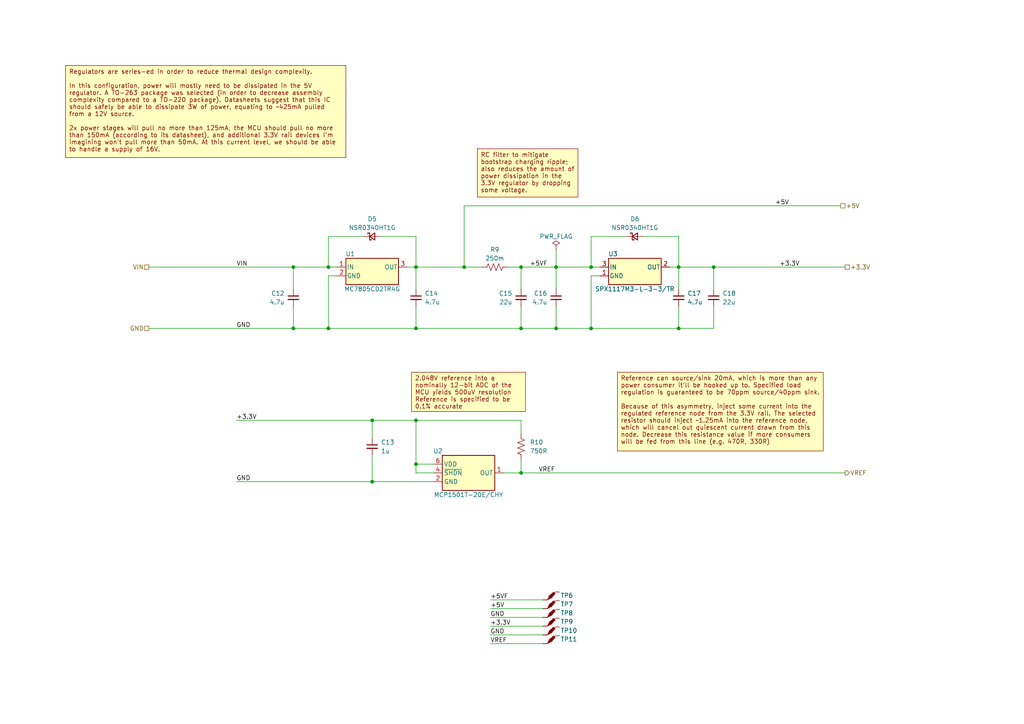
<source format=kicad_sch>
(kicad_sch (version 20230121) (generator eeschema)
  (paper "A4")
  (title_block (title "Shim Amplifier Prototype") (date "2023-08-01") (rev "A.1") (company "Ishaan Govindarajan"))
  (lib_symbols
    (symbol "Custom-AnalogIC:MCP1501T-20E/CHY"
      (property "Reference" "U" (at -6.35 6.35 0))
      (property "Value" "MCP1501T-20E/CHY" (at 0 -6.35 0))
      (symbol "MCP1501T-20E/CHY_0_0"
        (pin power_out line (at 10.16 0 180) (length 2.54) (name "OUT") (number "1"))
        (pin power_in line (at -10.16 -2.54 0) (length 2.54) (name "GND") (number "2"))
        (pin passive line (at -10.16 -2.54 0) (length 2.54) hide (name "GND") (number "3"))
        (pin input line (at -10.16 0 0) (length 2.54) (name "~{SHDN}") (number "4"))
        (pin passive line (at -10.16 -2.54 0) (length 2.54) hide (name "GND") (number "5"))
        (pin power_in line (at -10.16 2.54 0) (length 2.54) (name "VDD") (number "6"))
      )
      (symbol "MCP1501T-20E/CHY_0_1"
        (rectangle (start -7.62 5.08) (end 7.62 -5.08) (stroke (width 0.254)) (fill (type background)))
      )
    )
    (symbol "Custom-Capacitor:CL21A475KLCLQNC" (pin_numbers hide) (pin_names (offset 0.254) hide)
      (property "Reference" "C" (at 0.254 1.778 0))
      (property "Value" "4.7u" (at 0.254 -2.032 0))
      (symbol "CL21A475KLCLQNC_0_1"
        (polyline (pts (xy -1.524 -0.508) (xy 1.524 -0.508)) (stroke (width 0.3302)))
        (polyline (pts (xy -1.524 0.508) (xy 1.524 0.508)) (stroke (width 0.3048)))
      )
      (symbol "CL21A475KLCLQNC_1_1"
        (pin passive line (at 0 2.54 270) (length 2.032) (name "~") (number "1"))
        (pin passive line (at 0 -2.54 90) (length 2.032) (name "~") (number "2"))
      )
    )
    (symbol "Custom-Capacitor:CL21B105KBFNNNG" (pin_numbers hide) (pin_names (offset 0.254) hide)
      (property "Reference" "C" (at 0.254 1.778 0))
      (property "Value" "1u" (at 0.254 -2.032 0))
      (symbol "CL21B105KBFNNNG_0_1"
        (polyline (pts (xy -1.524 -0.508) (xy 1.524 -0.508)) (stroke (width 0.3302)))
        (polyline (pts (xy -1.524 0.508) (xy 1.524 0.508)) (stroke (width 0.3048)))
      )
      (symbol "CL21B105KBFNNNG_1_1"
        (pin passive line (at 0 2.54 270) (length 2.032) (name "~") (number "1"))
        (pin passive line (at 0 -2.54 90) (length 2.032) (name "~") (number "2"))
      )
    )
    (symbol "Custom-Capacitor:CL32B226KAJNNNE" (pin_numbers hide) (pin_names (offset 0.254) hide)
      (property "Reference" "C" (at 0.254 1.778 0))
      (property "Value" "22u" (at 0.254 -2.032 0))
      (symbol "CL32B226KAJNNNE_0_1"
        (polyline (pts (xy -1.524 -0.508) (xy 1.524 -0.508)) (stroke (width 0.3302)))
        (polyline (pts (xy -1.524 0.508) (xy 1.524 0.508)) (stroke (width 0.3048)))
      )
      (symbol "CL32B226KAJNNNE_1_1"
        (pin passive line (at 0 2.54 270) (length 2.032) (name "~") (number "1"))
        (pin passive line (at 0 -2.54 90) (length 2.032) (name "~") (number "2"))
      )
    )
    (symbol "Custom-Diode:NSR0340HT1G" (pin_numbers hide) (pin_names (offset 1.016) hide)
      (property "Reference" "D" (at 0 2.54 0))
      (property "Value" "NSR0340HT1G" (at 0 -2.54 0))
      (symbol "NSR0340HT1G_0_1"
        (polyline (pts (xy -0.762 0) (xy 0.762 0)))
        (polyline (pts (xy 0.762 -1.016) (xy -0.762 0) (xy 0.762 1.016) (xy 0.762 -1.016)) (stroke (width 0.254)))
        (polyline (pts (xy -1.27 0.762) (xy -1.27 1.016) (xy -0.762 1.016) (xy -0.762 -1.016) (xy -0.254 -1.016) (xy -0.254 -0.762)) (stroke (width 0.254)))
      )
      (symbol "NSR0340HT1G_1_1"
        (pin passive line (at -2.54 0 0) (length 1.778) (name "K") (number "1"))
        (pin passive line (at 2.54 0 180) (length 1.778) (name "A") (number "2"))
      )
    )
    (symbol "Custom-LogicIC:TestPoint" (in_bom no)
      (property "Reference" "TP" (at 2.54 0 0))
      (symbol "TestPoint_1_1"
        (polyline (pts (xy -0.762 1.27) (xy 0 0.508)) (stroke (width 0) (color 72 0 0 1)))
        (polyline (pts (xy -0.508 1.524) (xy 0.254 0.762)) (stroke (width 0) (color 72 0 0 1)))
        (polyline (pts (xy -1.27 0) (xy -0.762 1.016) (xy -0.254 0.508) (xy -1.27 0)) (fill (type color) (color 132 0 0 1)))
        (polyline (pts (xy -0.762 1.016) (xy 0.508 2.286) (xy 1.016 1.778) (xy -0.254 0.508) (xy -0.762 1.016)) (fill (type color) (color 132 0 0 1)))
        (arc (start 1.778 2.286) (mid 1.2343 2.3019) (end 0.762 2.032))
        (arc (start 1.778 2.286) (mid 2.032 2.258) (end 2.286 2.286))
        (pin passive line (at -2.54 0 0) (length 1.27) (name "") (number "1"))
      )
    )
    (symbol "Custom-PowerIC:MC7805CD2TR4G" (pin_names (offset 0.254))
      (property "Reference" "U" (at -6.35 3.81 0))
      (property "Value" "MC7805CD2TR4G" (at -7.62 -6.35 0))
      (symbol "MC7805CD2TR4G_0_1"
        (rectangle (start -7.62 2.54) (end 7.62 -5.08) (stroke (width 0.254)) (fill (type background)))
      )
      (symbol "MC7805CD2TR4G_1_1"
        (pin power_in line (at -10.16 0 0) (length 2.54) (name "IN") (number "1"))
        (pin power_in line (at -10.16 -2.54 0) (length 2.54) (name "GND") (number "2"))
        (pin power_out line (at 10.16 0 180) (length 2.54) (name "OUT") (number "3"))
      )
    )
    (symbol "Custom-PowerIC:SPX1117M3-L-3-3/TR" (pin_names (offset 0.254))
      (property "Reference" "U" (at -6.35 3.81 0))
      (property "Value" "SPX1117M3-L-3-3/TR" (at -7.62 -6.35 0))
      (symbol "SPX1117M3-L-3-3/TR_0_1"
        (rectangle (start -7.62 2.54) (end 7.62 -5.08) (stroke (width 0.254)) (fill (type background)))
      )
      (symbol "SPX1117M3-L-3-3/TR_1_1"
        (pin power_in line (at -10.16 -2.54 0) (length 2.54) (name "GND") (number "1"))
        (pin power_out line (at 10.16 0 180) (length 2.54) (name "OUT") (number "2"))
        (pin power_in line (at -10.16 0 0) (length 2.54) (name "IN") (number "3"))
      )
    )
    (symbol "Custom-Resistor:CSR1206FKR250" (pin_numbers hide) (pin_names (offset 0))
      (property "Reference" "R" (at 2.54 0 90))
      (property "Value" "250m" (at -2.54 0 90))
      (symbol "CSR1206FKR250_0_1"
        (polyline (pts (xy 0 -2.286) (xy 0 -2.54)))
        (polyline (pts (xy 0 2.286) (xy 0 2.54)))
        (polyline (pts (xy 0 -0.762) (xy 1.016 -1.143) (xy 0 -1.524) (xy -1.016 -1.905) (xy 0 -2.286)))
        (polyline (pts (xy 0 0.762) (xy 1.016 0.381) (xy 0 0) (xy -1.016 -0.381) (xy 0 -0.762)))
        (polyline (pts (xy 0 2.286) (xy 1.016 1.905) (xy 0 1.524) (xy -1.016 1.143) (xy 0 0.762)))
      )
      (symbol "CSR1206FKR250_1_1"
        (pin passive line (at 0 3.81 270) (length 1.27) (name "~") (number "1"))
        (pin passive line (at 0 -3.81 90) (length 1.27) (name "~") (number "2"))
      )
    )
    (symbol "Custom-Resistor:RMCF0603FT750R" (pin_numbers hide) (pin_names (offset 0))
      (property "Reference" "R" (at 2.54 0 90))
      (property "Value" "750R" (at -2.54 0 90))
      (symbol "RMCF0603FT750R_0_1"
        (polyline (pts (xy 0 -2.286) (xy 0 -2.54)))
        (polyline (pts (xy 0 2.286) (xy 0 2.54)))
        (polyline (pts (xy 0 -0.762) (xy 1.016 -1.143) (xy 0 -1.524) (xy -1.016 -1.905) (xy 0 -2.286)))
        (polyline (pts (xy 0 0.762) (xy 1.016 0.381) (xy 0 0) (xy -1.016 -0.381) (xy 0 -0.762)))
        (polyline (pts (xy 0 2.286) (xy 1.016 1.905) (xy 0 1.524) (xy -1.016 1.143) (xy 0 0.762)))
      )
      (symbol "RMCF0603FT750R_1_1"
        (pin passive line (at 0 3.81 270) (length 1.27) (name "~") (number "1"))
        (pin passive line (at 0 -3.81 90) (length 1.27) (name "~") (number "2"))
      )
    )
    (symbol "power:PWR_FLAG" (power) (pin_numbers hide) (pin_names (offset 0) hide)
      (property "Value" "PWR_FLAG" (at 0 3.81 0))
      (symbol "PWR_FLAG_0_0"
        (pin power_out line (at 0 0 90) (length 0) (name "pwr") (number "1"))
      )
      (symbol "PWR_FLAG_0_1"
        (polyline (pts (xy 0 0) (xy 0 1.27) (xy -1.016 1.905) (xy 0 2.54) (xy 1.016 1.905) (xy 0 1.27)))
      )
    )
  )
  (junction (at 171.45 95.25))
  (junction (at 161.29 77.47))
  (junction (at 120.65 121.92))
  (junction (at 120.65 134.62))
  (junction (at 107.95 121.92))
  (junction (at 196.85 77.47))
  (junction (at 151.13 95.25))
  (junction (at 107.95 139.7))
  (junction (at 134.62 77.47))
  (junction (at 85.09 95.25))
  (junction (at 85.09 77.47))
  (junction (at 120.65 77.47))
  (junction (at 151.13 137.16))
  (junction (at 120.65 95.25))
  (junction (at 95.25 95.25))
  (junction (at 171.45 77.47))
  (junction (at 151.13 77.47))
  (junction (at 207.01 77.47))
  (junction (at 161.29 95.25))
  (junction (at 95.25 77.47))
  (junction (at 196.85 95.25))
  (wire (pts (xy 196.85 68.58) (xy 196.85 77.47)))
  (wire (pts (xy 147.32 77.47) (xy 151.13 77.47)))
  (wire (pts (xy 120.65 134.62) (xy 120.65 137.16)))
  (wire (pts (xy 107.95 121.92) (xy 107.95 127)))
  (wire (pts (xy 151.13 121.92) (xy 151.13 125.73)))
  (wire (pts (xy 161.29 88.9) (xy 161.29 95.25)))
  (wire (pts (xy 161.29 77.47) (xy 171.45 77.47)))
  (wire (pts (xy 95.25 95.25) (xy 120.65 95.25)))
  (wire (pts (xy 68.58 139.7) (xy 107.95 139.7)))
  (wire (pts (xy 85.09 95.25) (xy 95.25 95.25)))
  (wire (pts (xy 171.45 95.25) (xy 171.45 80.01)))
  (wire (pts (xy 95.25 95.25) (xy 95.25 80.01)))
  (wire (pts (xy 186.69 68.58) (xy 196.85 68.58)))
  (wire (pts (xy 120.65 95.25) (xy 151.13 95.25)))
  (wire (pts (xy 171.45 68.58) (xy 181.61 68.58)))
  (wire (pts (xy 68.58 121.92) (xy 107.95 121.92)))
  (wire (pts (xy 194.31 77.47) (xy 196.85 77.47)))
  (wire (pts (xy 151.13 95.25) (xy 161.29 95.25)))
  (wire (pts (xy 120.65 68.58) (xy 120.65 77.47)))
  (wire (pts (xy 151.13 77.47) (xy 151.13 83.82)))
  (wire (pts (xy 134.62 59.69) (xy 243.84 59.69)))
  (wire (pts (xy 107.95 132.08) (xy 107.95 139.7)))
  (wire (pts (xy 95.25 68.58) (xy 105.41 68.58)))
  (wire (pts (xy 120.65 121.92) (xy 151.13 121.92)))
  (wire (pts (xy 207.01 77.47) (xy 245.11 77.47)))
  (wire (pts (xy 207.01 77.47) (xy 207.01 83.82)))
  (wire (pts (xy 95.25 77.47) (xy 97.79 77.47)))
  (wire (pts (xy 134.62 77.47) (xy 134.62 59.69)))
  (wire (pts (xy 107.95 139.7) (xy 125.73 139.7)))
  (wire (pts (xy 171.45 80.01) (xy 173.99 80.01)))
  (wire (pts (xy 85.09 88.9) (xy 85.09 95.25)))
  (wire (pts (xy 110.49 68.58) (xy 120.65 68.58)))
  (wire (pts (xy 146.05 137.16) (xy 151.13 137.16)))
  (wire (pts (xy 151.13 77.47) (xy 161.29 77.47)))
  (wire (pts (xy 151.13 88.9) (xy 151.13 95.25)))
  (wire (pts (xy 142.24 179.07) (xy 157.48 179.07)))
  (wire (pts (xy 95.25 80.01) (xy 97.79 80.01)))
  (wire (pts (xy 161.29 72.39) (xy 161.29 77.47)))
  (wire (pts (xy 120.65 77.47) (xy 120.65 83.82)))
  (wire (pts (xy 142.24 184.15) (xy 157.48 184.15)))
  (wire (pts (xy 134.62 77.47) (xy 139.7 77.47)))
  (wire (pts (xy 120.65 77.47) (xy 134.62 77.47)))
  (wire (pts (xy 142.24 176.53) (xy 157.48 176.53)))
  (wire (pts (xy 151.13 133.35) (xy 151.13 137.16)))
  (wire (pts (xy 120.65 134.62) (xy 120.65 121.92)))
  (wire (pts (xy 207.01 95.25) (xy 196.85 95.25)))
  (wire (pts (xy 107.95 121.92) (xy 120.65 121.92)))
  (wire (pts (xy 142.24 186.69) (xy 157.48 186.69)))
  (wire (pts (xy 43.18 95.25) (xy 85.09 95.25)))
  (wire (pts (xy 207.01 88.9) (xy 207.01 95.25)))
  (wire (pts (xy 171.45 77.47) (xy 171.45 68.58)))
  (wire (pts (xy 118.11 77.47) (xy 120.65 77.47)))
  (wire (pts (xy 85.09 77.47) (xy 85.09 83.82)))
  (wire (pts (xy 196.85 88.9) (xy 196.85 95.25)))
  (wire (pts (xy 142.24 173.99) (xy 157.48 173.99)))
  (wire (pts (xy 142.24 181.61) (xy 157.48 181.61)))
  (wire (pts (xy 196.85 77.47) (xy 207.01 77.47)))
  (wire (pts (xy 125.73 137.16) (xy 120.65 137.16)))
  (wire (pts (xy 43.18 77.47) (xy 85.09 77.47)))
  (wire (pts (xy 196.85 77.47) (xy 196.85 83.82)))
  (wire (pts (xy 95.25 77.47) (xy 95.25 68.58)))
  (wire (pts (xy 120.65 134.62) (xy 125.73 134.62)))
  (wire (pts (xy 161.29 95.25) (xy 171.45 95.25)))
  (wire (pts (xy 120.65 88.9) (xy 120.65 95.25)))
  (wire (pts (xy 171.45 77.47) (xy 173.99 77.47)))
  (wire (pts (xy 85.09 77.47) (xy 95.25 77.47)))
  (wire (pts (xy 151.13 137.16) (xy 245.11 137.16)))
  (wire (pts (xy 161.29 77.47) (xy 161.29 83.82)))
  (wire (pts (xy 171.45 95.25) (xy 196.85 95.25)))
  (text_box "Regulators are series-ed in order to reduce thermal design complexity.\n\nIn this configuration, power will mostly need to be dissipated in the 5V regulator. A TO-263 package was selected (in order to decrease assembly complexity compared to a TO-220 package). Datasheets suggest that this IC should safely be able to dissipate 3W of power, equating to ~425mA pulled from a 12V source.\n\n2x power stages will pull no more than 125mA, the MCU should pull no more than 150mA (according to its datasheet), and additional 3.3V rail devices I'm imagining won't pull more than 50mA. At this current level, we should be able to handle a supply of 16V." (at 19.05 19.05 0) (size 81.28 26.67) (stroke (width 0) (color 132 0 0 1)) (fill (type color) (color 255 255 194 1)) (effects (font (size 1.27 1.27)) (justify left top)))
  (text_box "2.048V reference into a nominally 12-bit ADC of the MCU yields 500uV resolution\nReference is specified to be 0.1% accurate" (at 119.38 107.95 0) (size 33.02 11.43) (stroke (width 0) (color 132 0 0 1)) (fill (type color) (color 255 255 194 1)) (effects (font (size 1.27 1.27)) (justify left top)))
  (text_box "Reference can source/sink 20mA, which is more than any power consumer it'll be hooked up to. Specified load regulation is guaranteed to be 70ppm source/40ppm sink.\n\nBecause of this asymmetry, inject some current into the regulated reference node from the 3.3V rail. The selected resistor should inject ~1.25mA into the reference node, which will cancel out quiescent current drawn from this node. Decrease this resistance value if more consumers will be fed from this line (e.g. 470R, 330R)" (at 179.07 107.95 0) (size 59.69 22.86) (stroke (width 0) (color 132 0 0 1)) (fill (type color) (color 255 255 194 1)) (effects (font (size 1.27 1.27)) (justify left top)))
  (text_box "RC filter to mitigate bootstrap charging ripple; also reduces the amount of power dissipation in the 3.3V regulator by dropping some voltage. " (at 138.43 43.18 0) (size 29.21 13.97) (stroke (width 0) (color 132 0 0 1)) (fill (type color) (color 255 255 194 1)) (effects (font (size 1.27 1.27)) (justify left top)))
  (label "+5VF" (at 153.67 77.47 0))
  (label "GND" (at 68.58 139.7 0))
  (label "+5V" (at 224.79 59.69 0))
  (label "+5VF" (at 142.24 173.99 0))
  (label "GND" (at 142.24 184.15 0))
  (label "VIN" (at 68.58 77.47 0))
  (label "+3.3V" (at 226.06 77.47 0))
  (label "VREF" (at 156.21 137.16 0))
  (label "GND" (at 68.58 95.25 0))
  (label "+3.3V" (at 68.58 121.92 0))
  (label "GND" (at 142.24 179.07 0))
  (label "+5V" (at 142.24 176.53 0))
  (label "+3.3V" (at 142.24 181.61 0))
  (label "VREF" (at 142.24 186.69 0))
  (hierarchical_label "VREF" (shape output) (at 245.11 137.16 0))
  (hierarchical_label "+3.3V" (shape passive) (at 245.11 77.47 0))
  (hierarchical_label "VIN" (shape passive) (at 43.18 77.47 180))
  (hierarchical_label "GND" (shape passive) (at 43.18 95.25 180))
  (hierarchical_label "+5V" (shape passive) (at 243.84 59.69 0))
  (symbol (lib_id "Custom-Resistor:RMCF0603FT750R") (at 151.13 129.54 0) (unit 1)
    (property "Reference" "R10" (at 153.67 128.27 0) (effects (justify left)))
    (property "Value" "750R" (at 153.67 130.81 0) (effects (justify left)))
    (property "Footprint" "Resistor_SMD:R_0603_1608Metric_Pad0.98x0.95mm_HandSolder" (effects hide))
    (property "Datasheet" "https://www.seielect.com/Catalog/SEI-RMCF_RMCP.pdf" (effects hide))
    (property "Manufacturer" "Stackpole Electronics Inc" (effects hide))
    (property "Part Number" "RMCF0603FT750R" (effects hide))
  )
  (symbol (lib_id "Custom-LogicIC:TestPoint") (at 160.02 184.15 0) (unit 1) (in_bom no)
    (property "Reference" "TP10" (at 162.56 182.88 0) (effects (justify left)))
    (property "Value" "-" (effects hide))
    (property "Footprint" "TestPoint:TestPoint_Pad_D2.0mm" (effects hide))
  )
  (symbol (lib_id "Custom-Diode:NSR0340HT1G") (at 107.95 68.58 0) (unit 1)
    (property "Reference" "D5" (at 107.95 63.5 0))
    (property "Value" "NSR0340HT1G" (at 107.95 66.04 0))
    (property "Footprint" "Diode_SMD:D_SOD-323_HandSoldering" (effects hide))
    (property "Datasheet" "https://www.onsemi.com/pdf/datasheet/nsr0340h-d.pdf" (effects hide))
    (property "Manufacturer" "onsemi" (effects hide))
    (property "Part Number" "NSR0340HT1G" (effects hide))
  )
  (symbol (lib_id "Custom-LogicIC:TestPoint") (at 160.02 186.69 0) (unit 1) (in_bom no)
    (property "Reference" "TP11" (at 162.56 185.42 0) (effects (justify left)))
    (property "Value" "-" (effects hide))
    (property "Footprint" "TestPoint:TestPoint_Pad_D2.0mm" (effects hide))
  )
  (symbol (lib_id "power:PWR_FLAG") (at 161.29 72.39 0) (unit 1)
    (property "Reference" "#FLG03" (effects hide))
    (property "Value" "PWR_FLAG" (at 161.29 68.58 0))
  )
  (symbol (lib_id "Custom-LogicIC:TestPoint") (at 160.02 181.61 0) (unit 1) (in_bom no)
    (property "Reference" "TP9" (at 162.56 180.34 0) (effects (justify left)))
    (property "Value" "-" (effects hide))
    (property "Footprint" "TestPoint:TestPoint_Pad_D2.0mm" (effects hide))
  )
  (symbol (lib_id "Custom-AnalogIC:MCP1501T-20E/CHY") (at 135.89 137.16 0) (unit 1)
    (property "Reference" "U2" (at 127 130.81 0))
    (property "Value" "MCP1501T-20E/CHY" (at 135.89 143.51 0))
    (property "Footprint" "Package_TO_SOT_SMD:SOT-23-6" (effects hide))
    (property "Datasheet" "http://ww1.microchip.com/downloads/en/DeviceDoc/20005474E.pdf" (effects hide))
    (property "Manufacturer" "Microchip Technology" (effects hide))
    (property "Part Number" "MCP1501T-20E/CHY" (effects hide))
  )
  (symbol (lib_id "Custom-PowerIC:SPX1117M3-L-3-3/TR") (at 184.15 77.47 0) (unit 1)
    (property "Reference" "U3" (at 177.8 73.66 0))
    (property "Value" "SPX1117M3-L-3-3/TR" (at 184.15 83.82 0))
    (property "Footprint" "Package_TO_SOT_SMD:SOT-223-3_TabPin2" (effects hide))
    (property "Datasheet" "https://assets.maxlinear.com/web/documents/sipex/datasheets/spx1117.pdf" (effects hide))
    (property "Manufacturer" "MaxLinear, Inc." (effects hide))
    (property "Part Number" "SPX1117M3-L-3-3/TR" (effects hide))
  )
  (symbol (lib_id "Custom-LogicIC:TestPoint") (at 160.02 176.53 0) (unit 1) (in_bom no)
    (property "Reference" "TP7" (at 162.56 175.26 0) (effects (justify left)))
    (property "Value" "-" (effects hide))
    (property "Footprint" "TestPoint:TestPoint_Pad_D2.0mm" (effects hide))
  )
  (symbol (lib_id "Custom-Capacitor:CL21A475KLCLQNC") (at 196.85 86.36 0) (mirror y) (unit 1)
    (property "Reference" "C17" (at 199.39 85.0963 0) (effects (justify right)))
    (property "Value" "4.7u" (at 199.39 87.6363 0) (effects (justify right)))
    (property "Footprint" "Capacitor_SMD:C_0805_2012Metric_Pad1.18x1.45mm_HandSolder" (effects hide))
    (property "Datasheet" "https://media.digikey.com/pdf/Data%20Sheets/Samsung%20PDFs/CL21A475KLCLQNC_Spec.pdf" (effects hide))
    (property "Manufacturer" "Samsung Electro-Mechanics" (effects hide))
    (property "Part Number" "CL21A475KLCLQNC" (effects hide))
  )
  (symbol (lib_id "Custom-Capacitor:CL32B226KAJNNNE") (at 151.13 86.36 0) (mirror y) (unit 1)
    (property "Reference" "C15" (at 148.59 85.0963 0) (effects (justify left)))
    (property "Value" "22u" (at 148.59 87.6363 0) (effects (justify left)))
    (property "Footprint" "Capacitor_SMD:C_1210_3225Metric_Pad1.33x2.70mm_HandSolder" (effects hide))
    (property "Datasheet" "https://product.samsungsem.com/mlcc/CL32B226KAJNNN.do" (effects hide))
    (property "Manufacturer" "Samsung Electro-Mechanics" (effects hide))
    (property "Part Number" "CL32B226KAJNNNE" (effects hide))
  )
  (symbol (lib_id "Custom-Capacitor:CL21A475KLCLQNC") (at 85.09 86.36 0) (unit 1)
    (property "Reference" "C12" (at 82.55 85.0963 0) (effects (justify right)))
    (property "Value" "4.7u" (at 82.55 87.6363 0) (effects (justify right)))
    (property "Footprint" "Capacitor_SMD:C_0805_2012Metric_Pad1.18x1.45mm_HandSolder" (effects hide))
    (property "Datasheet" "https://media.digikey.com/pdf/Data%20Sheets/Samsung%20PDFs/CL21A475KLCLQNC_Spec.pdf" (effects hide))
    (property "Manufacturer" "Samsung Electro-Mechanics" (effects hide))
    (property "Part Number" "CL21A475KLCLQNC" (effects hide))
  )
  (symbol (lib_id "Custom-LogicIC:TestPoint") (at 160.02 179.07 0) (unit 1) (in_bom no)
    (property "Reference" "TP8" (at 162.56 177.8 0) (effects (justify left)))
    (property "Value" "-" (effects hide))
    (property "Footprint" "TestPoint:TestPoint_Pad_D2.0mm" (effects hide))
  )
  (symbol (lib_id "Custom-Diode:NSR0340HT1G") (at 184.15 68.58 0) (unit 1)
    (property "Reference" "D6" (at 184.15 63.5 0))
    (property "Value" "NSR0340HT1G" (at 184.15 66.04 0))
    (property "Footprint" "Diode_SMD:D_SOD-323_HandSoldering" (effects hide))
    (property "Datasheet" "https://www.onsemi.com/pdf/datasheet/nsr0340h-d.pdf" (effects hide))
    (property "Manufacturer" "onsemi" (effects hide))
    (property "Part Number" "NSR0340HT1G" (effects hide))
  )
  (symbol (lib_id "Custom-Capacitor:CL21A475KLCLQNC") (at 161.29 86.36 0) (unit 1)
    (property "Reference" "C16" (at 158.75 85.0963 0) (effects (justify right)))
    (property "Value" "4.7u" (at 158.75 87.6363 0) (effects (justify right)))
    (property "Footprint" "Capacitor_SMD:C_0805_2012Metric_Pad1.18x1.45mm_HandSolder" (effects hide))
    (property "Datasheet" "https://media.digikey.com/pdf/Data%20Sheets/Samsung%20PDFs/CL21A475KLCLQNC_Spec.pdf" (effects hide))
    (property "Manufacturer" "Samsung Electro-Mechanics" (effects hide))
    (property "Part Number" "CL21A475KLCLQNC" (effects hide))
  )
  (symbol (lib_id "Custom-Capacitor:CL21A475KLCLQNC") (at 120.65 86.36 0) (mirror y) (unit 1)
    (property "Reference" "C14" (at 123.19 85.0963 0) (effects (justify right)))
    (property "Value" "4.7u" (at 123.19 87.6363 0) (effects (justify right)))
    (property "Footprint" "Capacitor_SMD:C_0805_2012Metric_Pad1.18x1.45mm_HandSolder" (effects hide))
    (property "Datasheet" "https://media.digikey.com/pdf/Data%20Sheets/Samsung%20PDFs/CL21A475KLCLQNC_Spec.pdf" (effects hide))
    (property "Manufacturer" "Samsung Electro-Mechanics" (effects hide))
    (property "Part Number" "CL21A475KLCLQNC" (effects hide))
  )
  (symbol (lib_id "Custom-LogicIC:TestPoint") (at 160.02 173.99 0) (unit 1) (in_bom no)
    (property "Reference" "TP6" (at 162.56 172.72 0) (effects (justify left)))
    (property "Value" "-" (effects hide))
    (property "Footprint" "TestPoint:TestPoint_Pad_D2.0mm" (effects hide))
  )
  (symbol (lib_id "Custom-Capacitor:CL21B105KBFNNNG") (at 107.95 129.54 0) (unit 1)
    (property "Reference" "C13" (at 110.49 128.2763 0) (effects (justify left)))
    (property "Value" "1u" (at 110.49 130.8163 0) (effects (justify left)))
    (property "Footprint" "Capacitor_SMD:C_0805_2012Metric_Pad1.18x1.45mm_HandSolder" (effects hide))
    (property "Datasheet" "https://media.digikey.com/pdf/Data%20Sheets/Samsung%20PDFs/CL21B105KBFNNNG_Spec.pdf" (effects hide))
    (property "Manufacturer" "Samsung Electro-Mechanics" (effects hide))
    (property "Part Number" "CL21B105KBFNNNG" (effects hide))
  )
  (symbol (lib_id "Custom-PowerIC:MC7805CD2TR4G") (at 107.95 77.47 0) (unit 1)
    (property "Reference" "U1" (at 101.6 73.66 0))
    (property "Value" "MC7805CD2TR4G" (at 107.95 83.82 0))
    (property "Footprint" "Package_TO_SOT_SMD:TO-263-2" (effects hide))
    (property "Datasheet" "https://www.onsemi.com/pdf/datasheet/mc7800-d.pdf" (effects hide))
    (property "Manufacturer" "onsemi" (effects hide))
    (property "Part Number" "MC7805CD2TR4G" (effects hide))
  )
  (symbol (lib_id "Custom-Resistor:CSR1206FKR250") (at 143.51 77.47 90) (unit 1)
    (property "Reference" "R9" (at 143.51 72.39 90))
    (property "Value" "250m" (at 143.51 74.93 90))
    (property "Footprint" "Resistor_SMD:R_1206_3216Metric_Pad1.30x1.75mm_HandSolder" (effects hide))
    (property "Datasheet" "https://www.seielect.com/catalog/sei-csr_csrn.pdf" (effects hide))
    (property "Manufacturer" "Stackpole Electronics Inc" (effects hide))
    (property "Part Number" "CSR1206FKR250" (effects hide))
  )
  (symbol (lib_id "Custom-Capacitor:CL32B226KAJNNNE") (at 207.01 86.36 0) (unit 1)
    (property "Reference" "C18" (at 209.55 85.0963 0) (effects (justify left)))
    (property "Value" "22u" (at 209.55 87.6363 0) (effects (justify left)))
    (property "Footprint" "Capacitor_SMD:C_1210_3225Metric_Pad1.33x2.70mm_HandSolder" (effects hide))
    (property "Datasheet" "https://product.samsungsem.com/mlcc/CL32B226KAJNNN.do" (effects hide))
    (property "Manufacturer" "Samsung Electro-Mechanics" (effects hide))
    (property "Part Number" "CL32B226KAJNNNE" (effects hide))
  )
)
</source>
